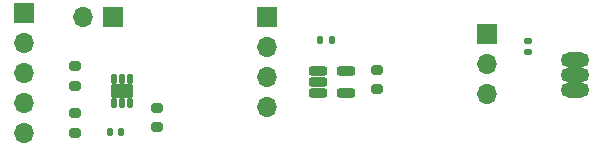
<source format=gbr>
%TF.GenerationSoftware,KiCad,Pcbnew,(6.0.4-0)*%
%TF.CreationDate,2025-08-27T16:44:19+02:00*%
%TF.ProjectId,FYP_temp,4659505f-7465-46d7-902e-6b696361645f,rev?*%
%TF.SameCoordinates,Original*%
%TF.FileFunction,Soldermask,Top*%
%TF.FilePolarity,Negative*%
%FSLAX46Y46*%
G04 Gerber Fmt 4.6, Leading zero omitted, Abs format (unit mm)*
G04 Created by KiCad (PCBNEW (6.0.4-0)) date 2025-08-27 16:44:19*
%MOMM*%
%LPD*%
G01*
G04 APERTURE LIST*
G04 Aperture macros list*
%AMRoundRect*
0 Rectangle with rounded corners*
0 $1 Rounding radius*
0 $2 $3 $4 $5 $6 $7 $8 $9 X,Y pos of 4 corners*
0 Add a 4 corners polygon primitive as box body*
4,1,4,$2,$3,$4,$5,$6,$7,$8,$9,$2,$3,0*
0 Add four circle primitives for the rounded corners*
1,1,$1+$1,$2,$3*
1,1,$1+$1,$4,$5*
1,1,$1+$1,$6,$7*
1,1,$1+$1,$8,$9*
0 Add four rect primitives between the rounded corners*
20,1,$1+$1,$2,$3,$4,$5,0*
20,1,$1+$1,$4,$5,$6,$7,0*
20,1,$1+$1,$6,$7,$8,$9,0*
20,1,$1+$1,$8,$9,$2,$3,0*%
G04 Aperture macros list end*
%ADD10R,1.700000X1.700000*%
%ADD11O,1.700000X1.700000*%
%ADD12RoundRect,0.140000X0.170000X-0.140000X0.170000X0.140000X-0.170000X0.140000X-0.170000X-0.140000X0*%
%ADD13RoundRect,0.200000X0.275000X-0.200000X0.275000X0.200000X-0.275000X0.200000X-0.275000X-0.200000X0*%
%ADD14RoundRect,0.140000X-0.140000X-0.170000X0.140000X-0.170000X0.140000X0.170000X-0.140000X0.170000X0*%
%ADD15RoundRect,0.142000X0.120000X-0.305000X0.120000X0.305000X-0.120000X0.305000X-0.120000X-0.305000X0*%
%ADD16RoundRect,0.102000X0.800000X-0.500000X0.800000X0.500000X-0.800000X0.500000X-0.800000X-0.500000X0*%
%ADD17O,2.404000X1.304000*%
%ADD18RoundRect,0.252000X-0.545000X-0.150000X0.545000X-0.150000X0.545000X0.150000X-0.545000X0.150000X0*%
G04 APERTURE END LIST*
D10*
%TO.C,J_TMP36_TZ1*%
X47665000Y-28007500D03*
D11*
X47665000Y-30547500D03*
X47665000Y-33087500D03*
X47665000Y-35627500D03*
%TD*%
D12*
%TO.C,C_362*%
X69730000Y-31000000D03*
X69730000Y-30040000D03*
%TD*%
D13*
%TO.C,R_alert1*%
X38355000Y-37350000D03*
X38355000Y-35700000D03*
%TD*%
D14*
%TO.C,C_17*%
X34355000Y-37775000D03*
X35315000Y-37775000D03*
%TD*%
D15*
%TO.C,TMP117*%
X34705000Y-35295000D03*
X35355000Y-35295000D03*
X36005000Y-35295000D03*
X36005000Y-33255000D03*
X35355000Y-33255000D03*
X34705000Y-33255000D03*
D16*
X35355000Y-34275000D03*
%TD*%
D13*
%TO.C,R_PD1*%
X56915000Y-34132500D03*
X56915000Y-32482500D03*
%TD*%
D17*
%TO.C,TMP36_9Z1*%
X73750000Y-34250000D03*
X73750000Y-32980000D03*
X73750000Y-31710000D03*
%TD*%
D10*
%TO.C,JP_ADD0*%
X34630000Y-28025000D03*
D11*
X32090000Y-28025000D03*
%TD*%
D18*
%TO.C,TMP36_TZ1*%
X52000000Y-32607500D03*
X52000000Y-33557500D03*
X52000000Y-34507500D03*
X54330000Y-34507500D03*
X54330000Y-32607500D03*
%TD*%
D13*
%TO.C,R_SCL1*%
X31355000Y-37850000D03*
X31355000Y-36200000D03*
%TD*%
%TO.C,R_SDA1*%
X31355000Y-33850000D03*
X31355000Y-32200000D03*
%TD*%
D10*
%TO.C,J_TMP117*%
X27105000Y-27735000D03*
D11*
X27105000Y-30275000D03*
X27105000Y-32815000D03*
X27105000Y-35355000D03*
X27105000Y-37895000D03*
%TD*%
D10*
%TO.C,J_TMP36_9Z1*%
X66250000Y-29455000D03*
D11*
X66250000Y-31995000D03*
X66250000Y-34535000D03*
%TD*%
D14*
%TO.C,C_361*%
X52165000Y-30000000D03*
X53125000Y-30000000D03*
%TD*%
M02*

</source>
